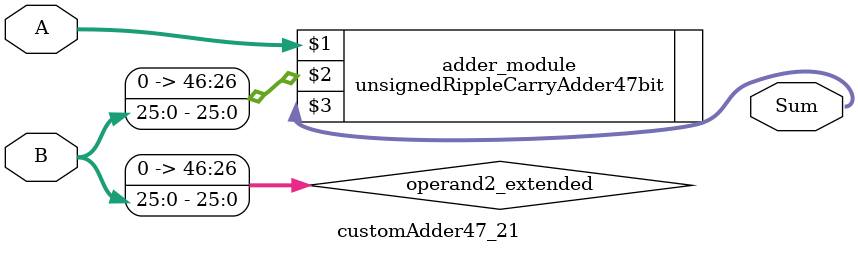
<source format=v>
module customAdder47_21(
                        input [46 : 0] A,
                        input [25 : 0] B,
                        
                        output [47 : 0] Sum
                );

        wire [46 : 0] operand2_extended;
        
        assign operand2_extended =  {21'b0, B};
        
        unsignedRippleCarryAdder47bit adder_module(
            A,
            operand2_extended,
            Sum
        );
        
        endmodule
        
</source>
